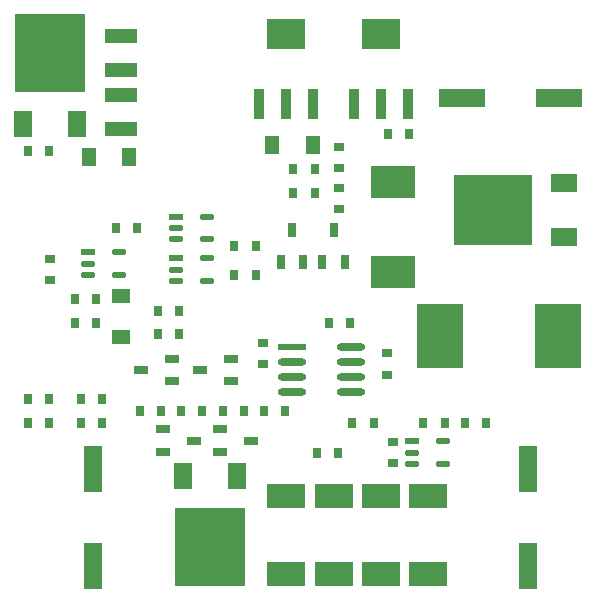
<source format=gtp>
%FSTAX24Y24*%
%MOIN*%
G70*
G01*
G75*
G04 Layer_Color=8421504*
%ADD10R,0.0472X0.0256*%
%ADD11R,0.1575X0.0591*%
%ADD12R,0.0591X0.1575*%
%ADD13R,0.0315X0.0374*%
%ADD14R,0.0374X0.0315*%
%ADD15R,0.1063X0.0512*%
%ADD16R,0.1500X0.1100*%
%ADD17R,0.1575X0.2165*%
%ADD18R,0.0374X0.1004*%
%ADD19R,0.1299X0.1004*%
%ADD20R,0.2362X0.2598*%
%ADD21R,0.0591X0.0866*%
%ADD22R,0.1301X0.0801*%
%ADD23R,0.0866X0.0591*%
%ADD24R,0.2598X0.2362*%
%ADD25R,0.0256X0.0472*%
%ADD26O,0.0472X0.0217*%
%ADD27R,0.0472X0.0217*%
G04:AMPARAMS|DCode=28|XSize=21.7mil|YSize=47.2mil|CornerRadius=0mil|HoleSize=0mil|Usage=FLASHONLY|Rotation=90.000|XOffset=0mil|YOffset=0mil|HoleType=Round|Shape=Octagon|*
%AMOCTAGOND28*
4,1,8,-0.0236,-0.0054,-0.0236,0.0054,-0.0182,0.0108,0.0182,0.0108,0.0236,0.0054,0.0236,-0.0054,0.0182,-0.0108,-0.0182,-0.0108,-0.0236,-0.0054,0.0*
%
%ADD28OCTAGOND28*%

%ADD29O,0.0945X0.0236*%
%ADD30R,0.0945X0.0236*%
%ADD31R,0.0492X0.0630*%
%ADD32R,0.0630X0.0492*%
%ADD33C,0.0100*%
%ADD34C,0.0709*%
%ADD35C,0.0300*%
%ADD36R,0.0591X0.0591*%
%ADD37C,0.0591*%
%ADD38R,0.0591X0.0591*%
%ADD39C,0.0320*%
%ADD40C,0.0500*%
%ADD41C,0.0200*%
D10*
X030432Y02343D02*
D03*
X029388Y023804D02*
D03*
Y023056D02*
D03*
X028532Y02343D02*
D03*
X027488Y023804D02*
D03*
Y023056D02*
D03*
X026746Y025787D02*
D03*
X027791Y025413D02*
D03*
Y026161D02*
D03*
X028714Y025787D02*
D03*
X029759Y025413D02*
D03*
Y026161D02*
D03*
D11*
X040693Y034843D02*
D03*
X037465D02*
D03*
D12*
X03967Y02248D02*
D03*
Y019252D02*
D03*
X025143D02*
D03*
Y02248D02*
D03*
D13*
X036874Y024016D02*
D03*
X036166D02*
D03*
X038252D02*
D03*
X037544D02*
D03*
X02593Y030512D02*
D03*
X026638D02*
D03*
X033725Y027362D02*
D03*
X033016D02*
D03*
X032622Y023031D02*
D03*
X033331D02*
D03*
X033804Y024016D02*
D03*
X034512D02*
D03*
X034985Y033661D02*
D03*
X035693D02*
D03*
X025457Y024016D02*
D03*
X024748D02*
D03*
X023685D02*
D03*
X022977D02*
D03*
X028095Y024409D02*
D03*
X028804D02*
D03*
X024552Y027362D02*
D03*
X02526D02*
D03*
X031835Y031693D02*
D03*
X032544D02*
D03*
X026717Y024409D02*
D03*
X027426D02*
D03*
X02526Y02815D02*
D03*
X024552D02*
D03*
X030575Y028937D02*
D03*
X029867D02*
D03*
X030575Y029921D02*
D03*
X029867D02*
D03*
X028016Y027756D02*
D03*
X027307D02*
D03*
X027307Y026969D02*
D03*
X028016D02*
D03*
X029473Y024409D02*
D03*
X030182D02*
D03*
X030851D02*
D03*
X031559D02*
D03*
X023685Y033071D02*
D03*
X022977D02*
D03*
X031835Y03248D02*
D03*
X032544D02*
D03*
X023685Y024803D02*
D03*
X022977D02*
D03*
X025457D02*
D03*
X024748D02*
D03*
D14*
X023725Y02878D02*
D03*
Y029488D02*
D03*
X03082Y025976D02*
D03*
Y026684D02*
D03*
X034945Y02563D02*
D03*
Y026339D02*
D03*
X03337Y03252D02*
D03*
Y033228D02*
D03*
Y03185D02*
D03*
Y031142D02*
D03*
X035142Y023386D02*
D03*
Y022677D02*
D03*
D15*
X026087Y033821D02*
D03*
Y034963D02*
D03*
Y036931D02*
D03*
Y035789D02*
D03*
D16*
X035172Y032052D02*
D03*
Y029052D02*
D03*
D17*
X040654Y026911D02*
D03*
X036717D02*
D03*
D18*
X033843Y034656D02*
D03*
X034748D02*
D03*
X035654D02*
D03*
X030693D02*
D03*
X031599D02*
D03*
X032504D02*
D03*
D19*
X034748Y036998D02*
D03*
X031599D02*
D03*
D20*
X02904Y019882D02*
D03*
X023725Y03636D02*
D03*
D21*
X02814Y022244D02*
D03*
X02994D02*
D03*
X024625Y033998D02*
D03*
X022825D02*
D03*
D22*
X036323Y018976D02*
D03*
Y021576D02*
D03*
X031599D02*
D03*
Y018976D02*
D03*
X034748D02*
D03*
Y021576D02*
D03*
X033174D02*
D03*
Y018976D02*
D03*
D23*
X040851Y030202D02*
D03*
Y032002D02*
D03*
D24*
X038489Y031102D02*
D03*
D25*
X033174Y030444D02*
D03*
X0328Y029399D02*
D03*
X033548D02*
D03*
X031796Y030444D02*
D03*
X031422Y029399D02*
D03*
X03217D02*
D03*
D26*
X035801Y022657D02*
D03*
Y023031D02*
D03*
X036835Y022657D02*
D03*
Y023406D02*
D03*
X024974Y028957D02*
D03*
Y029331D02*
D03*
X026008Y028957D02*
D03*
Y029705D02*
D03*
D27*
X035801Y023406D02*
D03*
X027927Y030886D02*
D03*
Y029508D02*
D03*
X024974Y029705D02*
D03*
D28*
X028961Y030886D02*
D03*
Y030138D02*
D03*
X027927Y030512D02*
D03*
Y030138D02*
D03*
X028961Y029508D02*
D03*
Y02876D02*
D03*
X027927Y029134D02*
D03*
Y02876D02*
D03*
D29*
X033764Y025037D02*
D03*
Y025537D02*
D03*
Y026037D02*
D03*
Y026537D02*
D03*
X031796Y025037D02*
D03*
Y025537D02*
D03*
Y026037D02*
D03*
D30*
Y026537D02*
D03*
D31*
X031117Y033268D02*
D03*
X032475D02*
D03*
X026372Y032874D02*
D03*
X025014D02*
D03*
D32*
X026087Y02688D02*
D03*
Y028238D02*
D03*
M02*

</source>
